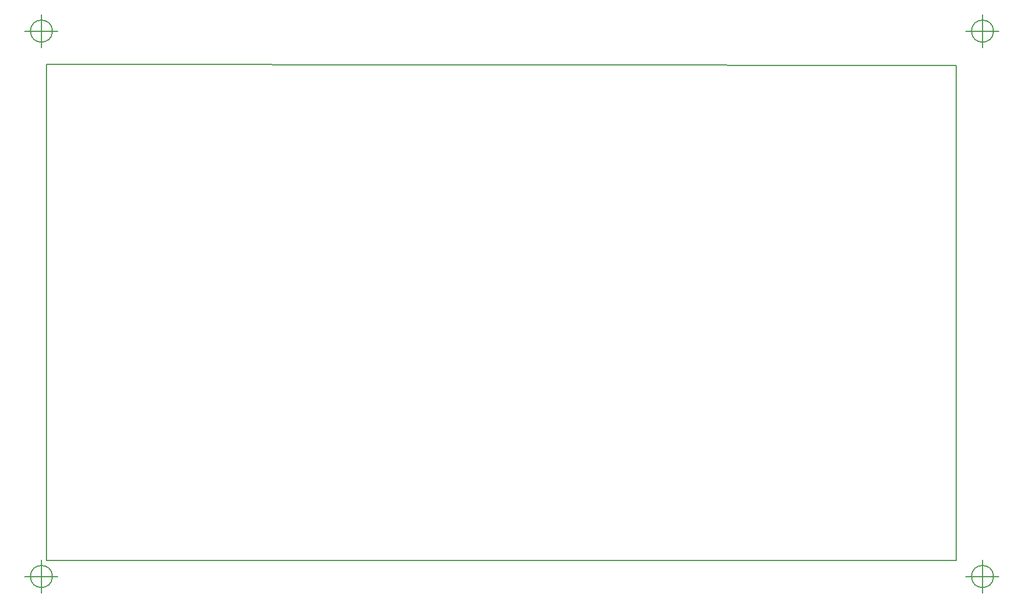
<source format=gbr>
G04 #@! TF.GenerationSoftware,KiCad,Pcbnew,(5.1.4)-1*
G04 #@! TF.CreationDate,2020-05-14T16:46:17+02:00*
G04 #@! TF.ProjectId,omega-ramexpansion,6f6d6567-612d-4726-916d-657870616e73,rev?*
G04 #@! TF.SameCoordinates,Original*
G04 #@! TF.FileFunction,Profile,NP*
%FSLAX46Y46*%
G04 Gerber Fmt 4.6, Leading zero omitted, Abs format (unit mm)*
G04 Created by KiCad (PCBNEW (5.1.4)-1) date 2020-05-14 16:46:17*
%MOMM*%
%LPD*%
G04 APERTURE LIST*
%ADD10C,0.150000*%
G04 APERTURE END LIST*
D10*
X71900000Y-62200000D02*
X71900000Y-137300000D01*
X209400000Y-62300000D02*
X71900000Y-62200000D01*
X209400000Y-62300000D02*
X209400000Y-137300000D01*
X71900000Y-137300000D02*
X209400000Y-137300000D01*
X72786666Y-57150000D02*
G75*
G03X72786666Y-57150000I-1666666J0D01*
G01*
X68620000Y-57150000D02*
X73620000Y-57150000D01*
X71120000Y-54650000D02*
X71120000Y-59650000D01*
X72786666Y-139700000D02*
G75*
G03X72786666Y-139700000I-1666666J0D01*
G01*
X68620000Y-139700000D02*
X73620000Y-139700000D01*
X71120000Y-137200000D02*
X71120000Y-142200000D01*
X215026666Y-57150000D02*
G75*
G03X215026666Y-57150000I-1666666J0D01*
G01*
X210860000Y-57150000D02*
X215860000Y-57150000D01*
X213360000Y-54650000D02*
X213360000Y-59650000D01*
X215026666Y-139700000D02*
G75*
G03X215026666Y-139700000I-1666666J0D01*
G01*
X210860000Y-139700000D02*
X215860000Y-139700000D01*
X213360000Y-137200000D02*
X213360000Y-142200000D01*
M02*

</source>
